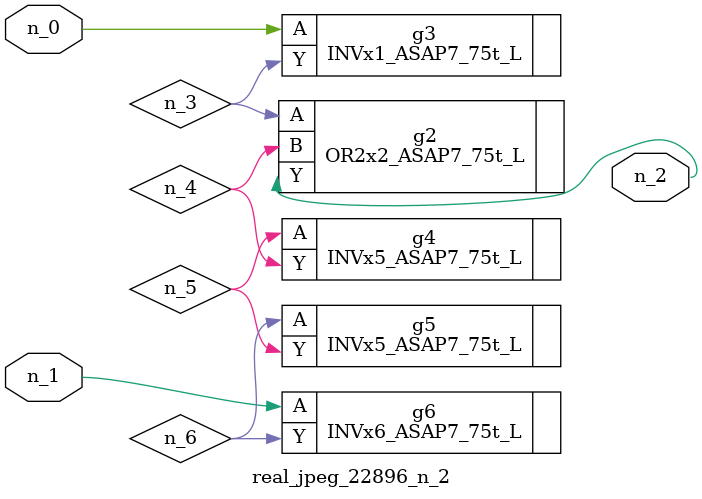
<source format=v>
module real_jpeg_22896_n_2 (n_1, n_0, n_2);

input n_1;
input n_0;

output n_2;

wire n_5;
wire n_4;
wire n_6;
wire n_3;

INVx1_ASAP7_75t_L g3 ( 
.A(n_0),
.Y(n_3)
);

INVx6_ASAP7_75t_L g6 ( 
.A(n_1),
.Y(n_6)
);

OR2x2_ASAP7_75t_L g2 ( 
.A(n_3),
.B(n_4),
.Y(n_2)
);

INVx5_ASAP7_75t_L g4 ( 
.A(n_5),
.Y(n_4)
);

INVx5_ASAP7_75t_L g5 ( 
.A(n_6),
.Y(n_5)
);


endmodule
</source>
